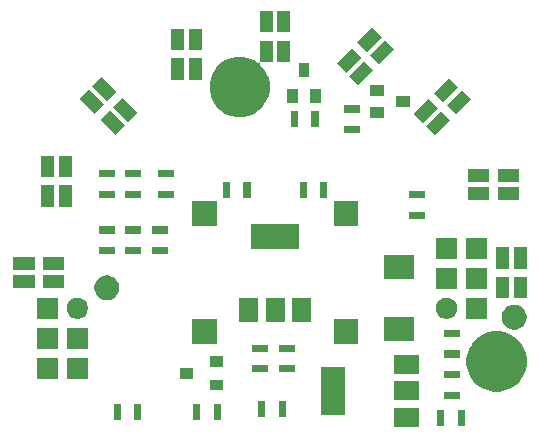
<source format=gbr>
G04 #@! TF.GenerationSoftware,KiCad,Pcbnew,(5.1.4)-1*
G04 #@! TF.CreationDate,2021-06-03T23:42:02+03:00*
G04 #@! TF.ProjectId,ITC-1,4954432d-312e-46b6-9963-61645f706362,rev?*
G04 #@! TF.SameCoordinates,Original*
G04 #@! TF.FileFunction,Soldermask,Top*
G04 #@! TF.FilePolarity,Negative*
%FSLAX46Y46*%
G04 Gerber Fmt 4.6, Leading zero omitted, Abs format (unit mm)*
G04 Created by KiCad (PCBNEW (5.1.4)-1) date 2021-06-03 23:42:02*
%MOMM*%
%LPD*%
G04 APERTURE LIST*
%ADD10C,0.100000*%
G04 APERTURE END LIST*
D10*
G36*
X112201000Y-88051000D02*
G01*
X110099000Y-88051000D01*
X110099000Y-86449000D01*
X112201000Y-86449000D01*
X112201000Y-88051000D01*
X112201000Y-88051000D01*
G37*
G36*
X116051000Y-87926000D02*
G01*
X115449000Y-87926000D01*
X115449000Y-86574000D01*
X116051000Y-86574000D01*
X116051000Y-87926000D01*
X116051000Y-87926000D01*
G37*
G36*
X114301000Y-87926000D02*
G01*
X113699000Y-87926000D01*
X113699000Y-86574000D01*
X114301000Y-86574000D01*
X114301000Y-87926000D01*
X114301000Y-87926000D01*
G37*
G36*
X86926000Y-87426000D02*
G01*
X86324000Y-87426000D01*
X86324000Y-86074000D01*
X86926000Y-86074000D01*
X86926000Y-87426000D01*
X86926000Y-87426000D01*
G37*
G36*
X88676000Y-87426000D02*
G01*
X88074000Y-87426000D01*
X88074000Y-86074000D01*
X88676000Y-86074000D01*
X88676000Y-87426000D01*
X88676000Y-87426000D01*
G37*
G36*
X95426000Y-87426000D02*
G01*
X94824000Y-87426000D01*
X94824000Y-86074000D01*
X95426000Y-86074000D01*
X95426000Y-87426000D01*
X95426000Y-87426000D01*
G37*
G36*
X93676000Y-87426000D02*
G01*
X93074000Y-87426000D01*
X93074000Y-86074000D01*
X93676000Y-86074000D01*
X93676000Y-87426000D01*
X93676000Y-87426000D01*
G37*
G36*
X99176000Y-87176000D02*
G01*
X98574000Y-87176000D01*
X98574000Y-85824000D01*
X99176000Y-85824000D01*
X99176000Y-87176000D01*
X99176000Y-87176000D01*
G37*
G36*
X100926000Y-87176000D02*
G01*
X100324000Y-87176000D01*
X100324000Y-85824000D01*
X100926000Y-85824000D01*
X100926000Y-87176000D01*
X100926000Y-87176000D01*
G37*
G36*
X105951000Y-87051000D02*
G01*
X103849000Y-87051000D01*
X103849000Y-82949000D01*
X105951000Y-82949000D01*
X105951000Y-87051000D01*
X105951000Y-87051000D01*
G37*
G36*
X112201000Y-85801000D02*
G01*
X110099000Y-85801000D01*
X110099000Y-84199000D01*
X112201000Y-84199000D01*
X112201000Y-85801000D01*
X112201000Y-85801000D01*
G37*
G36*
X115676000Y-85676000D02*
G01*
X114324000Y-85676000D01*
X114324000Y-85074000D01*
X115676000Y-85074000D01*
X115676000Y-85676000D01*
X115676000Y-85676000D01*
G37*
G36*
X119494098Y-80047033D02*
G01*
X119958350Y-80239332D01*
X119958352Y-80239333D01*
X120376168Y-80518509D01*
X120731491Y-80873832D01*
X120865239Y-81074000D01*
X121010668Y-81291650D01*
X121202967Y-81755902D01*
X121301000Y-82248747D01*
X121301000Y-82751253D01*
X121202967Y-83244098D01*
X121075844Y-83551000D01*
X121010667Y-83708352D01*
X120731491Y-84126168D01*
X120376168Y-84481491D01*
X119958352Y-84760667D01*
X119958351Y-84760668D01*
X119958350Y-84760668D01*
X119494098Y-84952967D01*
X119001253Y-85051000D01*
X118498747Y-85051000D01*
X118005902Y-84952967D01*
X117541650Y-84760668D01*
X117541649Y-84760668D01*
X117541648Y-84760667D01*
X117123832Y-84481491D01*
X116768509Y-84126168D01*
X116489333Y-83708352D01*
X116424156Y-83551000D01*
X116297033Y-83244098D01*
X116199000Y-82751253D01*
X116199000Y-82248747D01*
X116297033Y-81755902D01*
X116489332Y-81291650D01*
X116634761Y-81074000D01*
X116768509Y-80873832D01*
X117123832Y-80518509D01*
X117541648Y-80239333D01*
X117541650Y-80239332D01*
X118005902Y-80047033D01*
X118498747Y-79949000D01*
X119001253Y-79949000D01*
X119494098Y-80047033D01*
X119494098Y-80047033D01*
G37*
G36*
X95551000Y-84951000D02*
G01*
X94449000Y-84951000D01*
X94449000Y-84049000D01*
X95551000Y-84049000D01*
X95551000Y-84951000D01*
X95551000Y-84951000D01*
G37*
G36*
X84151000Y-83981000D02*
G01*
X82349000Y-83981000D01*
X82349000Y-82179000D01*
X84151000Y-82179000D01*
X84151000Y-83981000D01*
X84151000Y-83981000D01*
G37*
G36*
X81611000Y-83981000D02*
G01*
X79809000Y-83981000D01*
X79809000Y-82179000D01*
X81611000Y-82179000D01*
X81611000Y-83981000D01*
X81611000Y-83981000D01*
G37*
G36*
X93051000Y-83951000D02*
G01*
X91949000Y-83951000D01*
X91949000Y-83049000D01*
X93051000Y-83049000D01*
X93051000Y-83951000D01*
X93051000Y-83951000D01*
G37*
G36*
X115676000Y-83926000D02*
G01*
X114324000Y-83926000D01*
X114324000Y-83324000D01*
X115676000Y-83324000D01*
X115676000Y-83926000D01*
X115676000Y-83926000D01*
G37*
G36*
X112201000Y-83551000D02*
G01*
X110099000Y-83551000D01*
X110099000Y-81949000D01*
X112201000Y-81949000D01*
X112201000Y-83551000D01*
X112201000Y-83551000D01*
G37*
G36*
X99426000Y-83426000D02*
G01*
X98074000Y-83426000D01*
X98074000Y-82824000D01*
X99426000Y-82824000D01*
X99426000Y-83426000D01*
X99426000Y-83426000D01*
G37*
G36*
X101676000Y-83426000D02*
G01*
X100324000Y-83426000D01*
X100324000Y-82824000D01*
X101676000Y-82824000D01*
X101676000Y-83426000D01*
X101676000Y-83426000D01*
G37*
G36*
X95551000Y-82951000D02*
G01*
X94449000Y-82951000D01*
X94449000Y-82049000D01*
X95551000Y-82049000D01*
X95551000Y-82951000D01*
X95551000Y-82951000D01*
G37*
G36*
X115676000Y-82176000D02*
G01*
X114324000Y-82176000D01*
X114324000Y-81574000D01*
X115676000Y-81574000D01*
X115676000Y-82176000D01*
X115676000Y-82176000D01*
G37*
G36*
X101676000Y-81676000D02*
G01*
X100324000Y-81676000D01*
X100324000Y-81074000D01*
X101676000Y-81074000D01*
X101676000Y-81676000D01*
X101676000Y-81676000D01*
G37*
G36*
X99426000Y-81676000D02*
G01*
X98074000Y-81676000D01*
X98074000Y-81074000D01*
X99426000Y-81074000D01*
X99426000Y-81676000D01*
X99426000Y-81676000D01*
G37*
G36*
X84151000Y-81441000D02*
G01*
X82349000Y-81441000D01*
X82349000Y-79639000D01*
X84151000Y-79639000D01*
X84151000Y-81441000D01*
X84151000Y-81441000D01*
G37*
G36*
X81611000Y-81441000D02*
G01*
X79809000Y-81441000D01*
X79809000Y-79639000D01*
X81611000Y-79639000D01*
X81611000Y-81441000D01*
X81611000Y-81441000D01*
G37*
G36*
X95051000Y-81051000D02*
G01*
X92949000Y-81051000D01*
X92949000Y-78949000D01*
X95051000Y-78949000D01*
X95051000Y-81051000D01*
X95051000Y-81051000D01*
G37*
G36*
X107051000Y-81051000D02*
G01*
X104949000Y-81051000D01*
X104949000Y-78949000D01*
X107051000Y-78949000D01*
X107051000Y-81051000D01*
X107051000Y-81051000D01*
G37*
G36*
X111801000Y-80801000D02*
G01*
X109199000Y-80801000D01*
X109199000Y-78699000D01*
X111801000Y-78699000D01*
X111801000Y-80801000D01*
X111801000Y-80801000D01*
G37*
G36*
X115676000Y-80426000D02*
G01*
X114324000Y-80426000D01*
X114324000Y-79824000D01*
X115676000Y-79824000D01*
X115676000Y-80426000D01*
X115676000Y-80426000D01*
G37*
G36*
X120556564Y-77739389D02*
G01*
X120747833Y-77818615D01*
X120747835Y-77818616D01*
X120919973Y-77933635D01*
X121066365Y-78080027D01*
X121072188Y-78088741D01*
X121181385Y-78252167D01*
X121260611Y-78443436D01*
X121301000Y-78646484D01*
X121301000Y-78853516D01*
X121260611Y-79056564D01*
X121200784Y-79201000D01*
X121181384Y-79247835D01*
X121066365Y-79419973D01*
X120919973Y-79566365D01*
X120747835Y-79681384D01*
X120747834Y-79681385D01*
X120747833Y-79681385D01*
X120556564Y-79760611D01*
X120353516Y-79801000D01*
X120146484Y-79801000D01*
X119943436Y-79760611D01*
X119752167Y-79681385D01*
X119752166Y-79681385D01*
X119752165Y-79681384D01*
X119580027Y-79566365D01*
X119433635Y-79419973D01*
X119318616Y-79247835D01*
X119299216Y-79201000D01*
X119239389Y-79056564D01*
X119199000Y-78853516D01*
X119199000Y-78646484D01*
X119239389Y-78443436D01*
X119318615Y-78252167D01*
X119427813Y-78088741D01*
X119433635Y-78080027D01*
X119580027Y-77933635D01*
X119752165Y-77818616D01*
X119752167Y-77818615D01*
X119943436Y-77739389D01*
X120146484Y-77699000D01*
X120353516Y-77699000D01*
X120556564Y-77739389D01*
X120556564Y-77739389D01*
G37*
G36*
X103051000Y-79201000D02*
G01*
X101449000Y-79201000D01*
X101449000Y-77099000D01*
X103051000Y-77099000D01*
X103051000Y-79201000D01*
X103051000Y-79201000D01*
G37*
G36*
X98551000Y-79201000D02*
G01*
X96949000Y-79201000D01*
X96949000Y-77099000D01*
X98551000Y-77099000D01*
X98551000Y-79201000D01*
X98551000Y-79201000D01*
G37*
G36*
X100801000Y-79201000D02*
G01*
X99199000Y-79201000D01*
X99199000Y-77099000D01*
X100801000Y-77099000D01*
X100801000Y-79201000D01*
X100801000Y-79201000D01*
G37*
G36*
X83363512Y-77103927D02*
G01*
X83512812Y-77133624D01*
X83676784Y-77201544D01*
X83824354Y-77300147D01*
X83949853Y-77425646D01*
X84048456Y-77573216D01*
X84116376Y-77737188D01*
X84151000Y-77911259D01*
X84151000Y-78088741D01*
X84116376Y-78262812D01*
X84048456Y-78426784D01*
X83949853Y-78574354D01*
X83824354Y-78699853D01*
X83676784Y-78798456D01*
X83512812Y-78866376D01*
X83363512Y-78896073D01*
X83338742Y-78901000D01*
X83161258Y-78901000D01*
X83136488Y-78896073D01*
X82987188Y-78866376D01*
X82823216Y-78798456D01*
X82675646Y-78699853D01*
X82550147Y-78574354D01*
X82451544Y-78426784D01*
X82383624Y-78262812D01*
X82349000Y-78088741D01*
X82349000Y-77911259D01*
X82383624Y-77737188D01*
X82451544Y-77573216D01*
X82550147Y-77425646D01*
X82675646Y-77300147D01*
X82823216Y-77201544D01*
X82987188Y-77133624D01*
X83136488Y-77103927D01*
X83161258Y-77099000D01*
X83338742Y-77099000D01*
X83363512Y-77103927D01*
X83363512Y-77103927D01*
G37*
G36*
X81611000Y-78901000D02*
G01*
X79809000Y-78901000D01*
X79809000Y-77099000D01*
X81611000Y-77099000D01*
X81611000Y-78901000D01*
X81611000Y-78901000D01*
G37*
G36*
X114613512Y-77103927D02*
G01*
X114762812Y-77133624D01*
X114926784Y-77201544D01*
X115074354Y-77300147D01*
X115199853Y-77425646D01*
X115298456Y-77573216D01*
X115366376Y-77737188D01*
X115401000Y-77911259D01*
X115401000Y-78088741D01*
X115366376Y-78262812D01*
X115298456Y-78426784D01*
X115199853Y-78574354D01*
X115074354Y-78699853D01*
X114926784Y-78798456D01*
X114762812Y-78866376D01*
X114613512Y-78896073D01*
X114588742Y-78901000D01*
X114411258Y-78901000D01*
X114386488Y-78896073D01*
X114237188Y-78866376D01*
X114073216Y-78798456D01*
X113925646Y-78699853D01*
X113800147Y-78574354D01*
X113701544Y-78426784D01*
X113633624Y-78262812D01*
X113599000Y-78088741D01*
X113599000Y-77911259D01*
X113633624Y-77737188D01*
X113701544Y-77573216D01*
X113800147Y-77425646D01*
X113925646Y-77300147D01*
X114073216Y-77201544D01*
X114237188Y-77133624D01*
X114386488Y-77103927D01*
X114411258Y-77099000D01*
X114588742Y-77099000D01*
X114613512Y-77103927D01*
X114613512Y-77103927D01*
G37*
G36*
X117941000Y-78901000D02*
G01*
X116139000Y-78901000D01*
X116139000Y-77099000D01*
X117941000Y-77099000D01*
X117941000Y-78901000D01*
X117941000Y-78901000D01*
G37*
G36*
X86056564Y-75239389D02*
G01*
X86247833Y-75318615D01*
X86247835Y-75318616D01*
X86419973Y-75433635D01*
X86566365Y-75580027D01*
X86681385Y-75752167D01*
X86760611Y-75943436D01*
X86801000Y-76146484D01*
X86801000Y-76353516D01*
X86760611Y-76556564D01*
X86681385Y-76747833D01*
X86681384Y-76747835D01*
X86566365Y-76919973D01*
X86419973Y-77066365D01*
X86247835Y-77181384D01*
X86247834Y-77181385D01*
X86247833Y-77181385D01*
X86056564Y-77260611D01*
X85853516Y-77301000D01*
X85646484Y-77301000D01*
X85443436Y-77260611D01*
X85252167Y-77181385D01*
X85252166Y-77181385D01*
X85252165Y-77181384D01*
X85080027Y-77066365D01*
X84933635Y-76919973D01*
X84818616Y-76747835D01*
X84818615Y-76747833D01*
X84739389Y-76556564D01*
X84699000Y-76353516D01*
X84699000Y-76146484D01*
X84739389Y-75943436D01*
X84818615Y-75752167D01*
X84933635Y-75580027D01*
X85080027Y-75433635D01*
X85252165Y-75318616D01*
X85252167Y-75318615D01*
X85443436Y-75239389D01*
X85646484Y-75199000D01*
X85853516Y-75199000D01*
X86056564Y-75239389D01*
X86056564Y-75239389D01*
G37*
G36*
X119801000Y-77151000D02*
G01*
X118699000Y-77151000D01*
X118699000Y-75349000D01*
X119801000Y-75349000D01*
X119801000Y-77151000D01*
X119801000Y-77151000D01*
G37*
G36*
X121301000Y-77151000D02*
G01*
X120199000Y-77151000D01*
X120199000Y-75349000D01*
X121301000Y-75349000D01*
X121301000Y-77151000D01*
X121301000Y-77151000D01*
G37*
G36*
X117941000Y-76361000D02*
G01*
X116139000Y-76361000D01*
X116139000Y-74559000D01*
X117941000Y-74559000D01*
X117941000Y-76361000D01*
X117941000Y-76361000D01*
G37*
G36*
X115401000Y-76361000D02*
G01*
X113599000Y-76361000D01*
X113599000Y-74559000D01*
X115401000Y-74559000D01*
X115401000Y-76361000D01*
X115401000Y-76361000D01*
G37*
G36*
X82151000Y-76301000D02*
G01*
X80349000Y-76301000D01*
X80349000Y-75199000D01*
X82151000Y-75199000D01*
X82151000Y-76301000D01*
X82151000Y-76301000D01*
G37*
G36*
X79651000Y-76301000D02*
G01*
X77849000Y-76301000D01*
X77849000Y-75199000D01*
X79651000Y-75199000D01*
X79651000Y-76301000D01*
X79651000Y-76301000D01*
G37*
G36*
X111801000Y-75551000D02*
G01*
X109199000Y-75551000D01*
X109199000Y-73449000D01*
X111801000Y-73449000D01*
X111801000Y-75551000D01*
X111801000Y-75551000D01*
G37*
G36*
X79651000Y-74801000D02*
G01*
X77849000Y-74801000D01*
X77849000Y-73699000D01*
X79651000Y-73699000D01*
X79651000Y-74801000D01*
X79651000Y-74801000D01*
G37*
G36*
X82151000Y-74801000D02*
G01*
X80349000Y-74801000D01*
X80349000Y-73699000D01*
X82151000Y-73699000D01*
X82151000Y-74801000D01*
X82151000Y-74801000D01*
G37*
G36*
X121301000Y-74651000D02*
G01*
X120199000Y-74651000D01*
X120199000Y-72849000D01*
X121301000Y-72849000D01*
X121301000Y-74651000D01*
X121301000Y-74651000D01*
G37*
G36*
X119801000Y-74651000D02*
G01*
X118699000Y-74651000D01*
X118699000Y-72849000D01*
X119801000Y-72849000D01*
X119801000Y-74651000D01*
X119801000Y-74651000D01*
G37*
G36*
X115401000Y-73821000D02*
G01*
X113599000Y-73821000D01*
X113599000Y-72019000D01*
X115401000Y-72019000D01*
X115401000Y-73821000D01*
X115401000Y-73821000D01*
G37*
G36*
X117941000Y-73821000D02*
G01*
X116139000Y-73821000D01*
X116139000Y-72019000D01*
X117941000Y-72019000D01*
X117941000Y-73821000D01*
X117941000Y-73821000D01*
G37*
G36*
X90926000Y-73426000D02*
G01*
X89574000Y-73426000D01*
X89574000Y-72824000D01*
X90926000Y-72824000D01*
X90926000Y-73426000D01*
X90926000Y-73426000D01*
G37*
G36*
X88676000Y-73426000D02*
G01*
X87324000Y-73426000D01*
X87324000Y-72824000D01*
X88676000Y-72824000D01*
X88676000Y-73426000D01*
X88676000Y-73426000D01*
G37*
G36*
X86426000Y-73426000D02*
G01*
X85074000Y-73426000D01*
X85074000Y-72824000D01*
X86426000Y-72824000D01*
X86426000Y-73426000D01*
X86426000Y-73426000D01*
G37*
G36*
X102051000Y-72951000D02*
G01*
X97949000Y-72951000D01*
X97949000Y-70849000D01*
X102051000Y-70849000D01*
X102051000Y-72951000D01*
X102051000Y-72951000D01*
G37*
G36*
X86426000Y-71676000D02*
G01*
X85074000Y-71676000D01*
X85074000Y-71074000D01*
X86426000Y-71074000D01*
X86426000Y-71676000D01*
X86426000Y-71676000D01*
G37*
G36*
X88676000Y-71676000D02*
G01*
X87324000Y-71676000D01*
X87324000Y-71074000D01*
X88676000Y-71074000D01*
X88676000Y-71676000D01*
X88676000Y-71676000D01*
G37*
G36*
X90926000Y-71676000D02*
G01*
X89574000Y-71676000D01*
X89574000Y-71074000D01*
X90926000Y-71074000D01*
X90926000Y-71676000D01*
X90926000Y-71676000D01*
G37*
G36*
X95051000Y-71051000D02*
G01*
X92949000Y-71051000D01*
X92949000Y-68949000D01*
X95051000Y-68949000D01*
X95051000Y-71051000D01*
X95051000Y-71051000D01*
G37*
G36*
X107051000Y-71051000D02*
G01*
X104949000Y-71051000D01*
X104949000Y-68949000D01*
X107051000Y-68949000D01*
X107051000Y-71051000D01*
X107051000Y-71051000D01*
G37*
G36*
X112676000Y-70426000D02*
G01*
X111324000Y-70426000D01*
X111324000Y-69824000D01*
X112676000Y-69824000D01*
X112676000Y-70426000D01*
X112676000Y-70426000D01*
G37*
G36*
X81301000Y-69401000D02*
G01*
X80199000Y-69401000D01*
X80199000Y-67599000D01*
X81301000Y-67599000D01*
X81301000Y-69401000D01*
X81301000Y-69401000D01*
G37*
G36*
X82801000Y-69401000D02*
G01*
X81699000Y-69401000D01*
X81699000Y-67599000D01*
X82801000Y-67599000D01*
X82801000Y-69401000D01*
X82801000Y-69401000D01*
G37*
G36*
X120651000Y-68801000D02*
G01*
X118849000Y-68801000D01*
X118849000Y-67699000D01*
X120651000Y-67699000D01*
X120651000Y-68801000D01*
X120651000Y-68801000D01*
G37*
G36*
X118151000Y-68801000D02*
G01*
X116349000Y-68801000D01*
X116349000Y-67699000D01*
X118151000Y-67699000D01*
X118151000Y-68801000D01*
X118151000Y-68801000D01*
G37*
G36*
X112676000Y-68676000D02*
G01*
X111324000Y-68676000D01*
X111324000Y-68074000D01*
X112676000Y-68074000D01*
X112676000Y-68676000D01*
X112676000Y-68676000D01*
G37*
G36*
X91426000Y-68676000D02*
G01*
X90074000Y-68676000D01*
X90074000Y-68074000D01*
X91426000Y-68074000D01*
X91426000Y-68676000D01*
X91426000Y-68676000D01*
G37*
G36*
X88676000Y-68676000D02*
G01*
X87324000Y-68676000D01*
X87324000Y-68074000D01*
X88676000Y-68074000D01*
X88676000Y-68676000D01*
X88676000Y-68676000D01*
G37*
G36*
X104426000Y-68676000D02*
G01*
X103824000Y-68676000D01*
X103824000Y-67324000D01*
X104426000Y-67324000D01*
X104426000Y-68676000D01*
X104426000Y-68676000D01*
G37*
G36*
X86426000Y-68676000D02*
G01*
X85074000Y-68676000D01*
X85074000Y-68074000D01*
X86426000Y-68074000D01*
X86426000Y-68676000D01*
X86426000Y-68676000D01*
G37*
G36*
X97926000Y-68676000D02*
G01*
X97324000Y-68676000D01*
X97324000Y-67324000D01*
X97926000Y-67324000D01*
X97926000Y-68676000D01*
X97926000Y-68676000D01*
G37*
G36*
X96176000Y-68676000D02*
G01*
X95574000Y-68676000D01*
X95574000Y-67324000D01*
X96176000Y-67324000D01*
X96176000Y-68676000D01*
X96176000Y-68676000D01*
G37*
G36*
X102676000Y-68676000D02*
G01*
X102074000Y-68676000D01*
X102074000Y-67324000D01*
X102676000Y-67324000D01*
X102676000Y-68676000D01*
X102676000Y-68676000D01*
G37*
G36*
X120651000Y-67301000D02*
G01*
X118849000Y-67301000D01*
X118849000Y-66199000D01*
X120651000Y-66199000D01*
X120651000Y-67301000D01*
X120651000Y-67301000D01*
G37*
G36*
X118151000Y-67301000D02*
G01*
X116349000Y-67301000D01*
X116349000Y-66199000D01*
X118151000Y-66199000D01*
X118151000Y-67301000D01*
X118151000Y-67301000D01*
G37*
G36*
X86426000Y-66926000D02*
G01*
X85074000Y-66926000D01*
X85074000Y-66324000D01*
X86426000Y-66324000D01*
X86426000Y-66926000D01*
X86426000Y-66926000D01*
G37*
G36*
X91426000Y-66926000D02*
G01*
X90074000Y-66926000D01*
X90074000Y-66324000D01*
X91426000Y-66324000D01*
X91426000Y-66926000D01*
X91426000Y-66926000D01*
G37*
G36*
X88676000Y-66926000D02*
G01*
X87324000Y-66926000D01*
X87324000Y-66324000D01*
X88676000Y-66324000D01*
X88676000Y-66926000D01*
X88676000Y-66926000D01*
G37*
G36*
X82801000Y-66901000D02*
G01*
X81699000Y-66901000D01*
X81699000Y-65099000D01*
X82801000Y-65099000D01*
X82801000Y-66901000D01*
X82801000Y-66901000D01*
G37*
G36*
X81301000Y-66901000D02*
G01*
X80199000Y-66901000D01*
X80199000Y-65099000D01*
X81301000Y-65099000D01*
X81301000Y-66901000D01*
X81301000Y-66901000D01*
G37*
G36*
X114819612Y-62080940D02*
G01*
X113545406Y-63355146D01*
X112766174Y-62575914D01*
X114040380Y-61301708D01*
X114819612Y-62080940D01*
X114819612Y-62080940D01*
G37*
G36*
X87294486Y-62515254D02*
G01*
X86515254Y-63294486D01*
X85241048Y-62020280D01*
X86020280Y-61241048D01*
X87294486Y-62515254D01*
X87294486Y-62515254D01*
G37*
G36*
X107176000Y-63176000D02*
G01*
X105824000Y-63176000D01*
X105824000Y-62574000D01*
X107176000Y-62574000D01*
X107176000Y-63176000D01*
X107176000Y-63176000D01*
G37*
G36*
X103676000Y-62676000D02*
G01*
X103074000Y-62676000D01*
X103074000Y-61324000D01*
X103676000Y-61324000D01*
X103676000Y-62676000D01*
X103676000Y-62676000D01*
G37*
G36*
X101926000Y-62676000D02*
G01*
X101324000Y-62676000D01*
X101324000Y-61324000D01*
X101926000Y-61324000D01*
X101926000Y-62676000D01*
X101926000Y-62676000D01*
G37*
G36*
X113758952Y-61020280D02*
G01*
X112484746Y-62294486D01*
X111705514Y-61515254D01*
X112979720Y-60241048D01*
X113758952Y-61020280D01*
X113758952Y-61020280D01*
G37*
G36*
X88355146Y-61454594D02*
G01*
X87575914Y-62233826D01*
X86301708Y-60959620D01*
X87080940Y-60180388D01*
X88355146Y-61454594D01*
X88355146Y-61454594D01*
G37*
G36*
X109251000Y-61901000D02*
G01*
X108049000Y-61901000D01*
X108049000Y-60999000D01*
X109251000Y-60999000D01*
X109251000Y-61901000D01*
X109251000Y-61901000D01*
G37*
G36*
X99801000Y-57151000D02*
G01*
X98810433Y-57151000D01*
X98786047Y-57153402D01*
X98762598Y-57160515D01*
X98740987Y-57172066D01*
X98722045Y-57187611D01*
X98706500Y-57206553D01*
X98694949Y-57228164D01*
X98687836Y-57251613D01*
X98685434Y-57275999D01*
X98687836Y-57300385D01*
X98694949Y-57323834D01*
X98706500Y-57345445D01*
X98722040Y-57364381D01*
X98981491Y-57623832D01*
X99119876Y-57830940D01*
X99260668Y-58041650D01*
X99452967Y-58505902D01*
X99551000Y-58998747D01*
X99551000Y-59501253D01*
X99452967Y-59994098D01*
X99345928Y-60252513D01*
X99260667Y-60458352D01*
X98981491Y-60876168D01*
X98626168Y-61231491D01*
X98208352Y-61510667D01*
X98208351Y-61510668D01*
X98208350Y-61510668D01*
X97744098Y-61702967D01*
X97251253Y-61801000D01*
X96748747Y-61801000D01*
X96255902Y-61702967D01*
X95791650Y-61510668D01*
X95791649Y-61510668D01*
X95791648Y-61510667D01*
X95373832Y-61231491D01*
X95018509Y-60876168D01*
X94739333Y-60458352D01*
X94654072Y-60252513D01*
X94547033Y-59994098D01*
X94449000Y-59501253D01*
X94449000Y-58998747D01*
X94547033Y-58505902D01*
X94739332Y-58041650D01*
X94880124Y-57830940D01*
X95018509Y-57623832D01*
X95373832Y-57268509D01*
X95791648Y-56989333D01*
X95791650Y-56989332D01*
X96255902Y-56797033D01*
X96748747Y-56699000D01*
X97251253Y-56699000D01*
X97744098Y-56797033D01*
X98208350Y-56989332D01*
X98208352Y-56989333D01*
X98481831Y-57172066D01*
X98504555Y-57187250D01*
X98526166Y-57198801D01*
X98549615Y-57205914D01*
X98574001Y-57208316D01*
X98598387Y-57205914D01*
X98621836Y-57198801D01*
X98643447Y-57187250D01*
X98662389Y-57171705D01*
X98677934Y-57152763D01*
X98689485Y-57131152D01*
X98696598Y-57107703D01*
X98699000Y-57083317D01*
X98699000Y-55349000D01*
X99801000Y-55349000D01*
X99801000Y-57151000D01*
X99801000Y-57151000D01*
G37*
G36*
X116587379Y-60313173D02*
G01*
X115313173Y-61587379D01*
X114533941Y-60808147D01*
X115808147Y-59533941D01*
X116587379Y-60313173D01*
X116587379Y-60313173D01*
G37*
G36*
X85526719Y-60747487D02*
G01*
X84747487Y-61526719D01*
X83473281Y-60252513D01*
X84252513Y-59473281D01*
X85526719Y-60747487D01*
X85526719Y-60747487D01*
G37*
G36*
X107176000Y-61426000D02*
G01*
X105824000Y-61426000D01*
X105824000Y-60824000D01*
X107176000Y-60824000D01*
X107176000Y-61426000D01*
X107176000Y-61426000D01*
G37*
G36*
X111451000Y-60951000D02*
G01*
X110249000Y-60951000D01*
X110249000Y-60049000D01*
X111451000Y-60049000D01*
X111451000Y-60951000D01*
X111451000Y-60951000D01*
G37*
G36*
X101951000Y-60601000D02*
G01*
X101049000Y-60601000D01*
X101049000Y-59399000D01*
X101951000Y-59399000D01*
X101951000Y-60601000D01*
X101951000Y-60601000D01*
G37*
G36*
X103851000Y-60601000D02*
G01*
X102949000Y-60601000D01*
X102949000Y-59399000D01*
X103851000Y-59399000D01*
X103851000Y-60601000D01*
X103851000Y-60601000D01*
G37*
G36*
X115526719Y-59252513D02*
G01*
X114252513Y-60526719D01*
X113473281Y-59747487D01*
X114747487Y-58473281D01*
X115526719Y-59252513D01*
X115526719Y-59252513D01*
G37*
G36*
X86587379Y-59686827D02*
G01*
X85808147Y-60466059D01*
X84533941Y-59191853D01*
X85313173Y-58412621D01*
X86587379Y-59686827D01*
X86587379Y-59686827D01*
G37*
G36*
X109251000Y-60001000D02*
G01*
X108049000Y-60001000D01*
X108049000Y-59099000D01*
X109251000Y-59099000D01*
X109251000Y-60001000D01*
X109251000Y-60001000D01*
G37*
G36*
X108319612Y-57830940D02*
G01*
X107045406Y-59105146D01*
X106266174Y-58325914D01*
X107540380Y-57051708D01*
X108319612Y-57830940D01*
X108319612Y-57830940D01*
G37*
G36*
X92301000Y-58651000D02*
G01*
X91199000Y-58651000D01*
X91199000Y-56849000D01*
X92301000Y-56849000D01*
X92301000Y-58651000D01*
X92301000Y-58651000D01*
G37*
G36*
X93801000Y-58651000D02*
G01*
X92699000Y-58651000D01*
X92699000Y-56849000D01*
X93801000Y-56849000D01*
X93801000Y-58651000D01*
X93801000Y-58651000D01*
G37*
G36*
X102901000Y-58401000D02*
G01*
X101999000Y-58401000D01*
X101999000Y-57199000D01*
X102901000Y-57199000D01*
X102901000Y-58401000D01*
X102901000Y-58401000D01*
G37*
G36*
X107258952Y-56770280D02*
G01*
X105984746Y-58044486D01*
X105205514Y-57265254D01*
X106479720Y-55991048D01*
X107258952Y-56770280D01*
X107258952Y-56770280D01*
G37*
G36*
X110087379Y-56063173D02*
G01*
X108813173Y-57337379D01*
X108033941Y-56558147D01*
X109308147Y-55283941D01*
X110087379Y-56063173D01*
X110087379Y-56063173D01*
G37*
G36*
X101301000Y-57151000D02*
G01*
X100199000Y-57151000D01*
X100199000Y-55349000D01*
X101301000Y-55349000D01*
X101301000Y-57151000D01*
X101301000Y-57151000D01*
G37*
G36*
X109026719Y-55002513D02*
G01*
X107752513Y-56276719D01*
X106973281Y-55497487D01*
X108247487Y-54223281D01*
X109026719Y-55002513D01*
X109026719Y-55002513D01*
G37*
G36*
X92301000Y-56151000D02*
G01*
X91199000Y-56151000D01*
X91199000Y-54349000D01*
X92301000Y-54349000D01*
X92301000Y-56151000D01*
X92301000Y-56151000D01*
G37*
G36*
X93801000Y-56151000D02*
G01*
X92699000Y-56151000D01*
X92699000Y-54349000D01*
X93801000Y-54349000D01*
X93801000Y-56151000D01*
X93801000Y-56151000D01*
G37*
G36*
X101301000Y-54651000D02*
G01*
X100199000Y-54651000D01*
X100199000Y-52849000D01*
X101301000Y-52849000D01*
X101301000Y-54651000D01*
X101301000Y-54651000D01*
G37*
G36*
X99801000Y-54651000D02*
G01*
X98699000Y-54651000D01*
X98699000Y-52849000D01*
X99801000Y-52849000D01*
X99801000Y-54651000D01*
X99801000Y-54651000D01*
G37*
M02*

</source>
